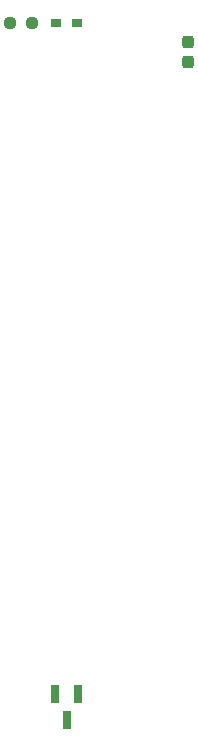
<source format=gbr>
G04 #@! TF.GenerationSoftware,KiCad,Pcbnew,9.0.6-9.0.6~ubuntu25.10.1*
G04 #@! TF.CreationDate,2025-12-24T22:54:59+09:00*
G04 #@! TF.ProjectId,bionic-p8086,62696f6e-6963-42d7-9038-3038362e6b69,1*
G04 #@! TF.SameCoordinates,Original*
G04 #@! TF.FileFunction,Paste,Top*
G04 #@! TF.FilePolarity,Positive*
%FSLAX46Y46*%
G04 Gerber Fmt 4.6, Leading zero omitted, Abs format (unit mm)*
G04 Created by KiCad (PCBNEW 9.0.6-9.0.6~ubuntu25.10.1) date 2025-12-24 22:54:59*
%MOMM*%
%LPD*%
G01*
G04 APERTURE LIST*
G04 Aperture macros list*
%AMRoundRect*
0 Rectangle with rounded corners*
0 $1 Rounding radius*
0 $2 $3 $4 $5 $6 $7 $8 $9 X,Y pos of 4 corners*
0 Add a 4 corners polygon primitive as box body*
4,1,4,$2,$3,$4,$5,$6,$7,$8,$9,$2,$3,0*
0 Add four circle primitives for the rounded corners*
1,1,$1+$1,$2,$3*
1,1,$1+$1,$4,$5*
1,1,$1+$1,$6,$7*
1,1,$1+$1,$8,$9*
0 Add four rect primitives between the rounded corners*
20,1,$1+$1,$2,$3,$4,$5,0*
20,1,$1+$1,$4,$5,$6,$7,0*
20,1,$1+$1,$6,$7,$8,$9,0*
20,1,$1+$1,$8,$9,$2,$3,0*%
G04 Aperture macros list end*
%ADD10R,0.965200X0.762000*%
%ADD11RoundRect,0.237500X0.237500X-0.300000X0.237500X0.300000X-0.237500X0.300000X-0.237500X-0.300000X0*%
%ADD12R,0.660400X1.625600*%
%ADD13RoundRect,0.237500X0.250000X0.237500X-0.250000X0.237500X-0.250000X-0.237500X0.250000X-0.237500X0*%
G04 APERTURE END LIST*
D10*
X112823700Y-71778000D03*
X114576300Y-71778000D03*
D11*
X123987000Y-75080000D03*
X123987000Y-73355000D03*
D12*
X114650001Y-128624000D03*
X112749999Y-128624000D03*
X113700000Y-130756000D03*
D13*
X110779000Y-71778000D03*
X108954000Y-71778000D03*
M02*

</source>
